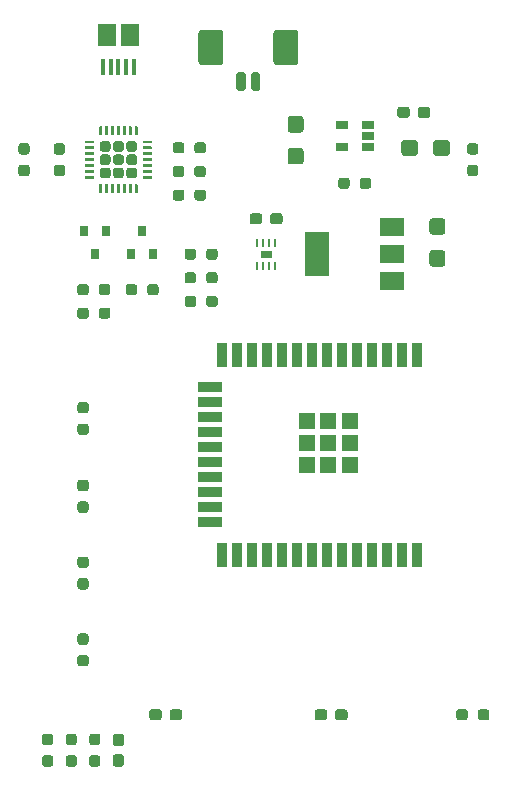
<source format=gbr>
G04 #@! TF.GenerationSoftware,KiCad,Pcbnew,(5.1.10)-1*
G04 #@! TF.CreationDate,2021-06-09T15:44:52+09:00*
G04 #@! TF.ProjectId,controller,636f6e74-726f-46c6-9c65-722e6b696361,rev?*
G04 #@! TF.SameCoordinates,Original*
G04 #@! TF.FileFunction,Paste,Top*
G04 #@! TF.FilePolarity,Positive*
%FSLAX46Y46*%
G04 Gerber Fmt 4.6, Leading zero omitted, Abs format (unit mm)*
G04 Created by KiCad (PCBNEW (5.1.10)-1) date 2021-06-09 15:44:52*
%MOMM*%
%LPD*%
G01*
G04 APERTURE LIST*
%ADD10C,0.010000*%
%ADD11R,1.330000X1.330000*%
%ADD12R,0.900000X2.000000*%
%ADD13R,2.000000X0.900000*%
%ADD14R,0.270000X0.760000*%
%ADD15R,2.000000X1.500000*%
%ADD16R,2.000000X3.800000*%
%ADD17R,1.060000X0.650000*%
%ADD18R,0.800000X0.900000*%
%ADD19R,1.500000X1.900000*%
%ADD20R,0.400000X1.350000*%
G04 APERTURE END LIST*
D10*
G36*
X23910000Y-19720000D02*
G01*
X23910000Y-20280000D01*
X23090000Y-20280000D01*
X23090000Y-19720000D01*
X23910000Y-19720000D01*
G37*
X23910000Y-19720000D02*
X23910000Y-20280000D01*
X23090000Y-20280000D01*
X23090000Y-19720000D01*
X23910000Y-19720000D01*
D11*
X26925000Y-37835000D03*
X26925000Y-36000000D03*
X26925000Y-34165000D03*
X28760000Y-37835000D03*
X28760000Y-36000000D03*
X28760000Y-34165000D03*
X30595000Y-37835000D03*
X30595000Y-36000000D03*
X30595000Y-34165000D03*
D12*
X36260000Y-45500000D03*
X34990000Y-45500000D03*
X33720000Y-45500000D03*
X32450000Y-45500000D03*
X31180000Y-45500000D03*
X29910000Y-45500000D03*
X28640000Y-45500000D03*
X27370000Y-45500000D03*
X26100000Y-45500000D03*
X24830000Y-45500000D03*
X23560000Y-45500000D03*
X22290000Y-45500000D03*
X21020000Y-45500000D03*
X19750000Y-45500000D03*
D13*
X18750000Y-42715000D03*
X18750000Y-41445000D03*
X18750000Y-40175000D03*
X18750000Y-38905000D03*
X18750000Y-37635000D03*
X18750000Y-36365000D03*
X18750000Y-35095000D03*
X18750000Y-33825000D03*
X18750000Y-32555000D03*
X18750000Y-31285000D03*
D12*
X19750000Y-28500000D03*
X21020000Y-28500000D03*
X22290000Y-28500000D03*
X23560000Y-28500000D03*
X24830000Y-28500000D03*
X26100000Y-28500000D03*
X27370000Y-28500000D03*
X28640000Y-28500000D03*
X29910000Y-28500000D03*
X31180000Y-28500000D03*
X32450000Y-28500000D03*
X33720000Y-28500000D03*
X34990000Y-28500000D03*
X36260000Y-28500000D03*
D14*
X24250000Y-20985000D03*
X23750000Y-20985000D03*
X23250000Y-20985000D03*
X22750000Y-20985000D03*
X22750000Y-19015000D03*
X23250000Y-19015000D03*
X23750000Y-19015000D03*
X24250000Y-19015000D03*
D15*
X34150000Y-22300000D03*
X34150000Y-17700000D03*
X34150000Y-20000000D03*
D16*
X27850000Y-20000000D03*
D17*
X29900000Y-10950000D03*
X29900000Y-9050000D03*
X32100000Y-9050000D03*
X32100000Y-10000000D03*
X32100000Y-10950000D03*
G36*
G01*
X9655000Y-12670000D02*
X10105000Y-12670000D01*
G75*
G02*
X10330000Y-12895000I0J-225000D01*
G01*
X10330000Y-13345000D01*
G75*
G02*
X10105000Y-13570000I-225000J0D01*
G01*
X9655000Y-13570000D01*
G75*
G02*
X9430000Y-13345000I0J225000D01*
G01*
X9430000Y-12895000D01*
G75*
G02*
X9655000Y-12670000I225000J0D01*
G01*
G37*
G36*
G01*
X10775000Y-12670000D02*
X11225000Y-12670000D01*
G75*
G02*
X11450000Y-12895000I0J-225000D01*
G01*
X11450000Y-13345000D01*
G75*
G02*
X11225000Y-13570000I-225000J0D01*
G01*
X10775000Y-13570000D01*
G75*
G02*
X10550000Y-13345000I0J225000D01*
G01*
X10550000Y-12895000D01*
G75*
G02*
X10775000Y-12670000I225000J0D01*
G01*
G37*
G36*
G01*
X11895000Y-12670000D02*
X12345000Y-12670000D01*
G75*
G02*
X12570000Y-12895000I0J-225000D01*
G01*
X12570000Y-13345000D01*
G75*
G02*
X12345000Y-13570000I-225000J0D01*
G01*
X11895000Y-13570000D01*
G75*
G02*
X11670000Y-13345000I0J225000D01*
G01*
X11670000Y-12895000D01*
G75*
G02*
X11895000Y-12670000I225000J0D01*
G01*
G37*
G36*
G01*
X9655000Y-11550000D02*
X10105000Y-11550000D01*
G75*
G02*
X10330000Y-11775000I0J-225000D01*
G01*
X10330000Y-12225000D01*
G75*
G02*
X10105000Y-12450000I-225000J0D01*
G01*
X9655000Y-12450000D01*
G75*
G02*
X9430000Y-12225000I0J225000D01*
G01*
X9430000Y-11775000D01*
G75*
G02*
X9655000Y-11550000I225000J0D01*
G01*
G37*
G36*
G01*
X10775000Y-11550000D02*
X11225000Y-11550000D01*
G75*
G02*
X11450000Y-11775000I0J-225000D01*
G01*
X11450000Y-12225000D01*
G75*
G02*
X11225000Y-12450000I-225000J0D01*
G01*
X10775000Y-12450000D01*
G75*
G02*
X10550000Y-12225000I0J225000D01*
G01*
X10550000Y-11775000D01*
G75*
G02*
X10775000Y-11550000I225000J0D01*
G01*
G37*
G36*
G01*
X11895000Y-11550000D02*
X12345000Y-11550000D01*
G75*
G02*
X12570000Y-11775000I0J-225000D01*
G01*
X12570000Y-12225000D01*
G75*
G02*
X12345000Y-12450000I-225000J0D01*
G01*
X11895000Y-12450000D01*
G75*
G02*
X11670000Y-12225000I0J225000D01*
G01*
X11670000Y-11775000D01*
G75*
G02*
X11895000Y-11550000I225000J0D01*
G01*
G37*
G36*
G01*
X9655000Y-10430000D02*
X10105000Y-10430000D01*
G75*
G02*
X10330000Y-10655000I0J-225000D01*
G01*
X10330000Y-11105000D01*
G75*
G02*
X10105000Y-11330000I-225000J0D01*
G01*
X9655000Y-11330000D01*
G75*
G02*
X9430000Y-11105000I0J225000D01*
G01*
X9430000Y-10655000D01*
G75*
G02*
X9655000Y-10430000I225000J0D01*
G01*
G37*
G36*
G01*
X10775000Y-10430000D02*
X11225000Y-10430000D01*
G75*
G02*
X11450000Y-10655000I0J-225000D01*
G01*
X11450000Y-11105000D01*
G75*
G02*
X11225000Y-11330000I-225000J0D01*
G01*
X10775000Y-11330000D01*
G75*
G02*
X10550000Y-11105000I0J225000D01*
G01*
X10550000Y-10655000D01*
G75*
G02*
X10775000Y-10430000I225000J0D01*
G01*
G37*
G36*
G01*
X11895000Y-10430000D02*
X12345000Y-10430000D01*
G75*
G02*
X12570000Y-10655000I0J-225000D01*
G01*
X12570000Y-11105000D01*
G75*
G02*
X12345000Y-11330000I-225000J0D01*
G01*
X11895000Y-11330000D01*
G75*
G02*
X11670000Y-11105000I0J225000D01*
G01*
X11670000Y-10655000D01*
G75*
G02*
X11895000Y-10430000I225000J0D01*
G01*
G37*
G36*
G01*
X13112500Y-10375000D02*
X13787500Y-10375000D01*
G75*
G02*
X13850000Y-10437500I0J-62500D01*
G01*
X13850000Y-10562500D01*
G75*
G02*
X13787500Y-10625000I-62500J0D01*
G01*
X13112500Y-10625000D01*
G75*
G02*
X13050000Y-10562500I0J62500D01*
G01*
X13050000Y-10437500D01*
G75*
G02*
X13112500Y-10375000I62500J0D01*
G01*
G37*
G36*
G01*
X13112500Y-10875000D02*
X13787500Y-10875000D01*
G75*
G02*
X13850000Y-10937500I0J-62500D01*
G01*
X13850000Y-11062500D01*
G75*
G02*
X13787500Y-11125000I-62500J0D01*
G01*
X13112500Y-11125000D01*
G75*
G02*
X13050000Y-11062500I0J62500D01*
G01*
X13050000Y-10937500D01*
G75*
G02*
X13112500Y-10875000I62500J0D01*
G01*
G37*
G36*
G01*
X13112500Y-11375000D02*
X13787500Y-11375000D01*
G75*
G02*
X13850000Y-11437500I0J-62500D01*
G01*
X13850000Y-11562500D01*
G75*
G02*
X13787500Y-11625000I-62500J0D01*
G01*
X13112500Y-11625000D01*
G75*
G02*
X13050000Y-11562500I0J62500D01*
G01*
X13050000Y-11437500D01*
G75*
G02*
X13112500Y-11375000I62500J0D01*
G01*
G37*
G36*
G01*
X13112500Y-11875000D02*
X13787500Y-11875000D01*
G75*
G02*
X13850000Y-11937500I0J-62500D01*
G01*
X13850000Y-12062500D01*
G75*
G02*
X13787500Y-12125000I-62500J0D01*
G01*
X13112500Y-12125000D01*
G75*
G02*
X13050000Y-12062500I0J62500D01*
G01*
X13050000Y-11937500D01*
G75*
G02*
X13112500Y-11875000I62500J0D01*
G01*
G37*
G36*
G01*
X13112500Y-12375000D02*
X13787500Y-12375000D01*
G75*
G02*
X13850000Y-12437500I0J-62500D01*
G01*
X13850000Y-12562500D01*
G75*
G02*
X13787500Y-12625000I-62500J0D01*
G01*
X13112500Y-12625000D01*
G75*
G02*
X13050000Y-12562500I0J62500D01*
G01*
X13050000Y-12437500D01*
G75*
G02*
X13112500Y-12375000I62500J0D01*
G01*
G37*
G36*
G01*
X13112500Y-12875000D02*
X13787500Y-12875000D01*
G75*
G02*
X13850000Y-12937500I0J-62500D01*
G01*
X13850000Y-13062500D01*
G75*
G02*
X13787500Y-13125000I-62500J0D01*
G01*
X13112500Y-13125000D01*
G75*
G02*
X13050000Y-13062500I0J62500D01*
G01*
X13050000Y-12937500D01*
G75*
G02*
X13112500Y-12875000I62500J0D01*
G01*
G37*
G36*
G01*
X13112500Y-13375000D02*
X13787500Y-13375000D01*
G75*
G02*
X13850000Y-13437500I0J-62500D01*
G01*
X13850000Y-13562500D01*
G75*
G02*
X13787500Y-13625000I-62500J0D01*
G01*
X13112500Y-13625000D01*
G75*
G02*
X13050000Y-13562500I0J62500D01*
G01*
X13050000Y-13437500D01*
G75*
G02*
X13112500Y-13375000I62500J0D01*
G01*
G37*
G36*
G01*
X12437500Y-14050000D02*
X12562500Y-14050000D01*
G75*
G02*
X12625000Y-14112500I0J-62500D01*
G01*
X12625000Y-14787500D01*
G75*
G02*
X12562500Y-14850000I-62500J0D01*
G01*
X12437500Y-14850000D01*
G75*
G02*
X12375000Y-14787500I0J62500D01*
G01*
X12375000Y-14112500D01*
G75*
G02*
X12437500Y-14050000I62500J0D01*
G01*
G37*
G36*
G01*
X11937500Y-14050000D02*
X12062500Y-14050000D01*
G75*
G02*
X12125000Y-14112500I0J-62500D01*
G01*
X12125000Y-14787500D01*
G75*
G02*
X12062500Y-14850000I-62500J0D01*
G01*
X11937500Y-14850000D01*
G75*
G02*
X11875000Y-14787500I0J62500D01*
G01*
X11875000Y-14112500D01*
G75*
G02*
X11937500Y-14050000I62500J0D01*
G01*
G37*
G36*
G01*
X11437500Y-14050000D02*
X11562500Y-14050000D01*
G75*
G02*
X11625000Y-14112500I0J-62500D01*
G01*
X11625000Y-14787500D01*
G75*
G02*
X11562500Y-14850000I-62500J0D01*
G01*
X11437500Y-14850000D01*
G75*
G02*
X11375000Y-14787500I0J62500D01*
G01*
X11375000Y-14112500D01*
G75*
G02*
X11437500Y-14050000I62500J0D01*
G01*
G37*
G36*
G01*
X10937500Y-14050000D02*
X11062500Y-14050000D01*
G75*
G02*
X11125000Y-14112500I0J-62500D01*
G01*
X11125000Y-14787500D01*
G75*
G02*
X11062500Y-14850000I-62500J0D01*
G01*
X10937500Y-14850000D01*
G75*
G02*
X10875000Y-14787500I0J62500D01*
G01*
X10875000Y-14112500D01*
G75*
G02*
X10937500Y-14050000I62500J0D01*
G01*
G37*
G36*
G01*
X10437500Y-14050000D02*
X10562500Y-14050000D01*
G75*
G02*
X10625000Y-14112500I0J-62500D01*
G01*
X10625000Y-14787500D01*
G75*
G02*
X10562500Y-14850000I-62500J0D01*
G01*
X10437500Y-14850000D01*
G75*
G02*
X10375000Y-14787500I0J62500D01*
G01*
X10375000Y-14112500D01*
G75*
G02*
X10437500Y-14050000I62500J0D01*
G01*
G37*
G36*
G01*
X9937500Y-14050000D02*
X10062500Y-14050000D01*
G75*
G02*
X10125000Y-14112500I0J-62500D01*
G01*
X10125000Y-14787500D01*
G75*
G02*
X10062500Y-14850000I-62500J0D01*
G01*
X9937500Y-14850000D01*
G75*
G02*
X9875000Y-14787500I0J62500D01*
G01*
X9875000Y-14112500D01*
G75*
G02*
X9937500Y-14050000I62500J0D01*
G01*
G37*
G36*
G01*
X9437500Y-14050000D02*
X9562500Y-14050000D01*
G75*
G02*
X9625000Y-14112500I0J-62500D01*
G01*
X9625000Y-14787500D01*
G75*
G02*
X9562500Y-14850000I-62500J0D01*
G01*
X9437500Y-14850000D01*
G75*
G02*
X9375000Y-14787500I0J62500D01*
G01*
X9375000Y-14112500D01*
G75*
G02*
X9437500Y-14050000I62500J0D01*
G01*
G37*
G36*
G01*
X8212500Y-13375000D02*
X8887500Y-13375000D01*
G75*
G02*
X8950000Y-13437500I0J-62500D01*
G01*
X8950000Y-13562500D01*
G75*
G02*
X8887500Y-13625000I-62500J0D01*
G01*
X8212500Y-13625000D01*
G75*
G02*
X8150000Y-13562500I0J62500D01*
G01*
X8150000Y-13437500D01*
G75*
G02*
X8212500Y-13375000I62500J0D01*
G01*
G37*
G36*
G01*
X8212500Y-12875000D02*
X8887500Y-12875000D01*
G75*
G02*
X8950000Y-12937500I0J-62500D01*
G01*
X8950000Y-13062500D01*
G75*
G02*
X8887500Y-13125000I-62500J0D01*
G01*
X8212500Y-13125000D01*
G75*
G02*
X8150000Y-13062500I0J62500D01*
G01*
X8150000Y-12937500D01*
G75*
G02*
X8212500Y-12875000I62500J0D01*
G01*
G37*
G36*
G01*
X8212500Y-12375000D02*
X8887500Y-12375000D01*
G75*
G02*
X8950000Y-12437500I0J-62500D01*
G01*
X8950000Y-12562500D01*
G75*
G02*
X8887500Y-12625000I-62500J0D01*
G01*
X8212500Y-12625000D01*
G75*
G02*
X8150000Y-12562500I0J62500D01*
G01*
X8150000Y-12437500D01*
G75*
G02*
X8212500Y-12375000I62500J0D01*
G01*
G37*
G36*
G01*
X8212500Y-11875000D02*
X8887500Y-11875000D01*
G75*
G02*
X8950000Y-11937500I0J-62500D01*
G01*
X8950000Y-12062500D01*
G75*
G02*
X8887500Y-12125000I-62500J0D01*
G01*
X8212500Y-12125000D01*
G75*
G02*
X8150000Y-12062500I0J62500D01*
G01*
X8150000Y-11937500D01*
G75*
G02*
X8212500Y-11875000I62500J0D01*
G01*
G37*
G36*
G01*
X8212500Y-11375000D02*
X8887500Y-11375000D01*
G75*
G02*
X8950000Y-11437500I0J-62500D01*
G01*
X8950000Y-11562500D01*
G75*
G02*
X8887500Y-11625000I-62500J0D01*
G01*
X8212500Y-11625000D01*
G75*
G02*
X8150000Y-11562500I0J62500D01*
G01*
X8150000Y-11437500D01*
G75*
G02*
X8212500Y-11375000I62500J0D01*
G01*
G37*
G36*
G01*
X8212500Y-10875000D02*
X8887500Y-10875000D01*
G75*
G02*
X8950000Y-10937500I0J-62500D01*
G01*
X8950000Y-11062500D01*
G75*
G02*
X8887500Y-11125000I-62500J0D01*
G01*
X8212500Y-11125000D01*
G75*
G02*
X8150000Y-11062500I0J62500D01*
G01*
X8150000Y-10937500D01*
G75*
G02*
X8212500Y-10875000I62500J0D01*
G01*
G37*
G36*
G01*
X8212500Y-10375000D02*
X8887500Y-10375000D01*
G75*
G02*
X8950000Y-10437500I0J-62500D01*
G01*
X8950000Y-10562500D01*
G75*
G02*
X8887500Y-10625000I-62500J0D01*
G01*
X8212500Y-10625000D01*
G75*
G02*
X8150000Y-10562500I0J62500D01*
G01*
X8150000Y-10437500D01*
G75*
G02*
X8212500Y-10375000I62500J0D01*
G01*
G37*
G36*
G01*
X9437500Y-9150000D02*
X9562500Y-9150000D01*
G75*
G02*
X9625000Y-9212500I0J-62500D01*
G01*
X9625000Y-9887500D01*
G75*
G02*
X9562500Y-9950000I-62500J0D01*
G01*
X9437500Y-9950000D01*
G75*
G02*
X9375000Y-9887500I0J62500D01*
G01*
X9375000Y-9212500D01*
G75*
G02*
X9437500Y-9150000I62500J0D01*
G01*
G37*
G36*
G01*
X9937500Y-9150000D02*
X10062500Y-9150000D01*
G75*
G02*
X10125000Y-9212500I0J-62500D01*
G01*
X10125000Y-9887500D01*
G75*
G02*
X10062500Y-9950000I-62500J0D01*
G01*
X9937500Y-9950000D01*
G75*
G02*
X9875000Y-9887500I0J62500D01*
G01*
X9875000Y-9212500D01*
G75*
G02*
X9937500Y-9150000I62500J0D01*
G01*
G37*
G36*
G01*
X10437500Y-9150000D02*
X10562500Y-9150000D01*
G75*
G02*
X10625000Y-9212500I0J-62500D01*
G01*
X10625000Y-9887500D01*
G75*
G02*
X10562500Y-9950000I-62500J0D01*
G01*
X10437500Y-9950000D01*
G75*
G02*
X10375000Y-9887500I0J62500D01*
G01*
X10375000Y-9212500D01*
G75*
G02*
X10437500Y-9150000I62500J0D01*
G01*
G37*
G36*
G01*
X10937500Y-9150000D02*
X11062500Y-9150000D01*
G75*
G02*
X11125000Y-9212500I0J-62500D01*
G01*
X11125000Y-9887500D01*
G75*
G02*
X11062500Y-9950000I-62500J0D01*
G01*
X10937500Y-9950000D01*
G75*
G02*
X10875000Y-9887500I0J62500D01*
G01*
X10875000Y-9212500D01*
G75*
G02*
X10937500Y-9150000I62500J0D01*
G01*
G37*
G36*
G01*
X11437500Y-9150000D02*
X11562500Y-9150000D01*
G75*
G02*
X11625000Y-9212500I0J-62500D01*
G01*
X11625000Y-9887500D01*
G75*
G02*
X11562500Y-9950000I-62500J0D01*
G01*
X11437500Y-9950000D01*
G75*
G02*
X11375000Y-9887500I0J62500D01*
G01*
X11375000Y-9212500D01*
G75*
G02*
X11437500Y-9150000I62500J0D01*
G01*
G37*
G36*
G01*
X11937500Y-9150000D02*
X12062500Y-9150000D01*
G75*
G02*
X12125000Y-9212500I0J-62500D01*
G01*
X12125000Y-9887500D01*
G75*
G02*
X12062500Y-9950000I-62500J0D01*
G01*
X11937500Y-9950000D01*
G75*
G02*
X11875000Y-9887500I0J62500D01*
G01*
X11875000Y-9212500D01*
G75*
G02*
X11937500Y-9150000I62500J0D01*
G01*
G37*
G36*
G01*
X12437500Y-9150000D02*
X12562500Y-9150000D01*
G75*
G02*
X12625000Y-9212500I0J-62500D01*
G01*
X12625000Y-9887500D01*
G75*
G02*
X12562500Y-9950000I-62500J0D01*
G01*
X12437500Y-9950000D01*
G75*
G02*
X12375000Y-9887500I0J62500D01*
G01*
X12375000Y-9212500D01*
G75*
G02*
X12437500Y-9150000I62500J0D01*
G01*
G37*
G36*
G01*
X8237500Y-53075000D02*
X7762500Y-53075000D01*
G75*
G02*
X7525000Y-52837500I0J237500D01*
G01*
X7525000Y-52337500D01*
G75*
G02*
X7762500Y-52100000I237500J0D01*
G01*
X8237500Y-52100000D01*
G75*
G02*
X8475000Y-52337500I0J-237500D01*
G01*
X8475000Y-52837500D01*
G75*
G02*
X8237500Y-53075000I-237500J0D01*
G01*
G37*
G36*
G01*
X8237500Y-54900000D02*
X7762500Y-54900000D01*
G75*
G02*
X7525000Y-54662500I0J237500D01*
G01*
X7525000Y-54162500D01*
G75*
G02*
X7762500Y-53925000I237500J0D01*
G01*
X8237500Y-53925000D01*
G75*
G02*
X8475000Y-54162500I0J-237500D01*
G01*
X8475000Y-54662500D01*
G75*
G02*
X8237500Y-54900000I-237500J0D01*
G01*
G37*
G36*
G01*
X8237500Y-46575000D02*
X7762500Y-46575000D01*
G75*
G02*
X7525000Y-46337500I0J237500D01*
G01*
X7525000Y-45837500D01*
G75*
G02*
X7762500Y-45600000I237500J0D01*
G01*
X8237500Y-45600000D01*
G75*
G02*
X8475000Y-45837500I0J-237500D01*
G01*
X8475000Y-46337500D01*
G75*
G02*
X8237500Y-46575000I-237500J0D01*
G01*
G37*
G36*
G01*
X8237500Y-48400000D02*
X7762500Y-48400000D01*
G75*
G02*
X7525000Y-48162500I0J237500D01*
G01*
X7525000Y-47662500D01*
G75*
G02*
X7762500Y-47425000I237500J0D01*
G01*
X8237500Y-47425000D01*
G75*
G02*
X8475000Y-47662500I0J-237500D01*
G01*
X8475000Y-48162500D01*
G75*
G02*
X8237500Y-48400000I-237500J0D01*
G01*
G37*
G36*
G01*
X8237500Y-40075000D02*
X7762500Y-40075000D01*
G75*
G02*
X7525000Y-39837500I0J237500D01*
G01*
X7525000Y-39337500D01*
G75*
G02*
X7762500Y-39100000I237500J0D01*
G01*
X8237500Y-39100000D01*
G75*
G02*
X8475000Y-39337500I0J-237500D01*
G01*
X8475000Y-39837500D01*
G75*
G02*
X8237500Y-40075000I-237500J0D01*
G01*
G37*
G36*
G01*
X8237500Y-41900000D02*
X7762500Y-41900000D01*
G75*
G02*
X7525000Y-41662500I0J237500D01*
G01*
X7525000Y-41162500D01*
G75*
G02*
X7762500Y-40925000I237500J0D01*
G01*
X8237500Y-40925000D01*
G75*
G02*
X8475000Y-41162500I0J-237500D01*
G01*
X8475000Y-41662500D01*
G75*
G02*
X8237500Y-41900000I-237500J0D01*
G01*
G37*
G36*
G01*
X8237500Y-33487500D02*
X7762500Y-33487500D01*
G75*
G02*
X7525000Y-33250000I0J237500D01*
G01*
X7525000Y-32750000D01*
G75*
G02*
X7762500Y-32512500I237500J0D01*
G01*
X8237500Y-32512500D01*
G75*
G02*
X8475000Y-32750000I0J-237500D01*
G01*
X8475000Y-33250000D01*
G75*
G02*
X8237500Y-33487500I-237500J0D01*
G01*
G37*
G36*
G01*
X8237500Y-35312500D02*
X7762500Y-35312500D01*
G75*
G02*
X7525000Y-35075000I0J237500D01*
G01*
X7525000Y-34575000D01*
G75*
G02*
X7762500Y-34337500I237500J0D01*
G01*
X8237500Y-34337500D01*
G75*
G02*
X8475000Y-34575000I0J-237500D01*
G01*
X8475000Y-35075000D01*
G75*
G02*
X8237500Y-35312500I-237500J0D01*
G01*
G37*
G36*
G01*
X40575000Y-58762500D02*
X40575000Y-59237500D01*
G75*
G02*
X40337500Y-59475000I-237500J0D01*
G01*
X39837500Y-59475000D01*
G75*
G02*
X39600000Y-59237500I0J237500D01*
G01*
X39600000Y-58762500D01*
G75*
G02*
X39837500Y-58525000I237500J0D01*
G01*
X40337500Y-58525000D01*
G75*
G02*
X40575000Y-58762500I0J-237500D01*
G01*
G37*
G36*
G01*
X42400000Y-58762500D02*
X42400000Y-59237500D01*
G75*
G02*
X42162500Y-59475000I-237500J0D01*
G01*
X41662500Y-59475000D01*
G75*
G02*
X41425000Y-59237500I0J237500D01*
G01*
X41425000Y-58762500D01*
G75*
G02*
X41662500Y-58525000I237500J0D01*
G01*
X42162500Y-58525000D01*
G75*
G02*
X42400000Y-58762500I0J-237500D01*
G01*
G37*
G36*
G01*
X40762500Y-12425000D02*
X41237500Y-12425000D01*
G75*
G02*
X41475000Y-12662500I0J-237500D01*
G01*
X41475000Y-13162500D01*
G75*
G02*
X41237500Y-13400000I-237500J0D01*
G01*
X40762500Y-13400000D01*
G75*
G02*
X40525000Y-13162500I0J237500D01*
G01*
X40525000Y-12662500D01*
G75*
G02*
X40762500Y-12425000I237500J0D01*
G01*
G37*
G36*
G01*
X40762500Y-10600000D02*
X41237500Y-10600000D01*
G75*
G02*
X41475000Y-10837500I0J-237500D01*
G01*
X41475000Y-11337500D01*
G75*
G02*
X41237500Y-11575000I-237500J0D01*
G01*
X40762500Y-11575000D01*
G75*
G02*
X40525000Y-11337500I0J237500D01*
G01*
X40525000Y-10837500D01*
G75*
G02*
X40762500Y-10600000I237500J0D01*
G01*
G37*
G36*
G01*
X9237500Y-61575000D02*
X8762500Y-61575000D01*
G75*
G02*
X8525000Y-61337500I0J237500D01*
G01*
X8525000Y-60837500D01*
G75*
G02*
X8762500Y-60600000I237500J0D01*
G01*
X9237500Y-60600000D01*
G75*
G02*
X9475000Y-60837500I0J-237500D01*
G01*
X9475000Y-61337500D01*
G75*
G02*
X9237500Y-61575000I-237500J0D01*
G01*
G37*
G36*
G01*
X9237500Y-63400000D02*
X8762500Y-63400000D01*
G75*
G02*
X8525000Y-63162500I0J237500D01*
G01*
X8525000Y-62662500D01*
G75*
G02*
X8762500Y-62425000I237500J0D01*
G01*
X9237500Y-62425000D01*
G75*
G02*
X9475000Y-62662500I0J-237500D01*
G01*
X9475000Y-63162500D01*
G75*
G02*
X9237500Y-63400000I-237500J0D01*
G01*
G37*
G36*
G01*
X6762500Y-62425000D02*
X7237500Y-62425000D01*
G75*
G02*
X7475000Y-62662500I0J-237500D01*
G01*
X7475000Y-63162500D01*
G75*
G02*
X7237500Y-63400000I-237500J0D01*
G01*
X6762500Y-63400000D01*
G75*
G02*
X6525000Y-63162500I0J237500D01*
G01*
X6525000Y-62662500D01*
G75*
G02*
X6762500Y-62425000I237500J0D01*
G01*
G37*
G36*
G01*
X6762500Y-60600000D02*
X7237500Y-60600000D01*
G75*
G02*
X7475000Y-60837500I0J-237500D01*
G01*
X7475000Y-61337500D01*
G75*
G02*
X7237500Y-61575000I-237500J0D01*
G01*
X6762500Y-61575000D01*
G75*
G02*
X6525000Y-61337500I0J237500D01*
G01*
X6525000Y-60837500D01*
G75*
G02*
X6762500Y-60600000I237500J0D01*
G01*
G37*
G36*
G01*
X5237500Y-61575000D02*
X4762500Y-61575000D01*
G75*
G02*
X4525000Y-61337500I0J237500D01*
G01*
X4525000Y-60837500D01*
G75*
G02*
X4762500Y-60600000I237500J0D01*
G01*
X5237500Y-60600000D01*
G75*
G02*
X5475000Y-60837500I0J-237500D01*
G01*
X5475000Y-61337500D01*
G75*
G02*
X5237500Y-61575000I-237500J0D01*
G01*
G37*
G36*
G01*
X5237500Y-63400000D02*
X4762500Y-63400000D01*
G75*
G02*
X4525000Y-63162500I0J237500D01*
G01*
X4525000Y-62662500D01*
G75*
G02*
X4762500Y-62425000I237500J0D01*
G01*
X5237500Y-62425000D01*
G75*
G02*
X5475000Y-62662500I0J-237500D01*
G01*
X5475000Y-63162500D01*
G75*
G02*
X5237500Y-63400000I-237500J0D01*
G01*
G37*
G36*
G01*
X17575000Y-19762500D02*
X17575000Y-20237500D01*
G75*
G02*
X17337500Y-20475000I-237500J0D01*
G01*
X16837500Y-20475000D01*
G75*
G02*
X16600000Y-20237500I0J237500D01*
G01*
X16600000Y-19762500D01*
G75*
G02*
X16837500Y-19525000I237500J0D01*
G01*
X17337500Y-19525000D01*
G75*
G02*
X17575000Y-19762500I0J-237500D01*
G01*
G37*
G36*
G01*
X19400000Y-19762500D02*
X19400000Y-20237500D01*
G75*
G02*
X19162500Y-20475000I-237500J0D01*
G01*
X18662500Y-20475000D01*
G75*
G02*
X18425000Y-20237500I0J237500D01*
G01*
X18425000Y-19762500D01*
G75*
G02*
X18662500Y-19525000I237500J0D01*
G01*
X19162500Y-19525000D01*
G75*
G02*
X19400000Y-19762500I0J-237500D01*
G01*
G37*
G36*
G01*
X17575000Y-21762500D02*
X17575000Y-22237500D01*
G75*
G02*
X17337500Y-22475000I-237500J0D01*
G01*
X16837500Y-22475000D01*
G75*
G02*
X16600000Y-22237500I0J237500D01*
G01*
X16600000Y-21762500D01*
G75*
G02*
X16837500Y-21525000I237500J0D01*
G01*
X17337500Y-21525000D01*
G75*
G02*
X17575000Y-21762500I0J-237500D01*
G01*
G37*
G36*
G01*
X19400000Y-21762500D02*
X19400000Y-22237500D01*
G75*
G02*
X19162500Y-22475000I-237500J0D01*
G01*
X18662500Y-22475000D01*
G75*
G02*
X18425000Y-22237500I0J237500D01*
G01*
X18425000Y-21762500D01*
G75*
G02*
X18662500Y-21525000I237500J0D01*
G01*
X19162500Y-21525000D01*
G75*
G02*
X19400000Y-21762500I0J-237500D01*
G01*
G37*
G36*
G01*
X17575000Y-23762500D02*
X17575000Y-24237500D01*
G75*
G02*
X17337500Y-24475000I-237500J0D01*
G01*
X16837500Y-24475000D01*
G75*
G02*
X16600000Y-24237500I0J237500D01*
G01*
X16600000Y-23762500D01*
G75*
G02*
X16837500Y-23525000I237500J0D01*
G01*
X17337500Y-23525000D01*
G75*
G02*
X17575000Y-23762500I0J-237500D01*
G01*
G37*
G36*
G01*
X19400000Y-23762500D02*
X19400000Y-24237500D01*
G75*
G02*
X19162500Y-24475000I-237500J0D01*
G01*
X18662500Y-24475000D01*
G75*
G02*
X18425000Y-24237500I0J237500D01*
G01*
X18425000Y-23762500D01*
G75*
G02*
X18662500Y-23525000I237500J0D01*
G01*
X19162500Y-23525000D01*
G75*
G02*
X19400000Y-23762500I0J-237500D01*
G01*
G37*
G36*
G01*
X16575000Y-14762500D02*
X16575000Y-15237500D01*
G75*
G02*
X16337500Y-15475000I-237500J0D01*
G01*
X15837500Y-15475000D01*
G75*
G02*
X15600000Y-15237500I0J237500D01*
G01*
X15600000Y-14762500D01*
G75*
G02*
X15837500Y-14525000I237500J0D01*
G01*
X16337500Y-14525000D01*
G75*
G02*
X16575000Y-14762500I0J-237500D01*
G01*
G37*
G36*
G01*
X18400000Y-14762500D02*
X18400000Y-15237500D01*
G75*
G02*
X18162500Y-15475000I-237500J0D01*
G01*
X17662500Y-15475000D01*
G75*
G02*
X17425000Y-15237500I0J237500D01*
G01*
X17425000Y-14762500D01*
G75*
G02*
X17662500Y-14525000I237500J0D01*
G01*
X18162500Y-14525000D01*
G75*
G02*
X18400000Y-14762500I0J-237500D01*
G01*
G37*
G36*
G01*
X16575000Y-10762500D02*
X16575000Y-11237500D01*
G75*
G02*
X16337500Y-11475000I-237500J0D01*
G01*
X15837500Y-11475000D01*
G75*
G02*
X15600000Y-11237500I0J237500D01*
G01*
X15600000Y-10762500D01*
G75*
G02*
X15837500Y-10525000I237500J0D01*
G01*
X16337500Y-10525000D01*
G75*
G02*
X16575000Y-10762500I0J-237500D01*
G01*
G37*
G36*
G01*
X18400000Y-10762500D02*
X18400000Y-11237500D01*
G75*
G02*
X18162500Y-11475000I-237500J0D01*
G01*
X17662500Y-11475000D01*
G75*
G02*
X17425000Y-11237500I0J237500D01*
G01*
X17425000Y-10762500D01*
G75*
G02*
X17662500Y-10525000I237500J0D01*
G01*
X18162500Y-10525000D01*
G75*
G02*
X18400000Y-10762500I0J-237500D01*
G01*
G37*
G36*
G01*
X16575000Y-12762500D02*
X16575000Y-13237500D01*
G75*
G02*
X16337500Y-13475000I-237500J0D01*
G01*
X15837500Y-13475000D01*
G75*
G02*
X15600000Y-13237500I0J237500D01*
G01*
X15600000Y-12762500D01*
G75*
G02*
X15837500Y-12525000I237500J0D01*
G01*
X16337500Y-12525000D01*
G75*
G02*
X16575000Y-12762500I0J-237500D01*
G01*
G37*
G36*
G01*
X18400000Y-12762500D02*
X18400000Y-13237500D01*
G75*
G02*
X18162500Y-13475000I-237500J0D01*
G01*
X17662500Y-13475000D01*
G75*
G02*
X17425000Y-13237500I0J237500D01*
G01*
X17425000Y-12762500D01*
G75*
G02*
X17662500Y-12525000I237500J0D01*
G01*
X18162500Y-12525000D01*
G75*
G02*
X18400000Y-12762500I0J-237500D01*
G01*
G37*
G36*
G01*
X3237500Y-11575000D02*
X2762500Y-11575000D01*
G75*
G02*
X2525000Y-11337500I0J237500D01*
G01*
X2525000Y-10837500D01*
G75*
G02*
X2762500Y-10600000I237500J0D01*
G01*
X3237500Y-10600000D01*
G75*
G02*
X3475000Y-10837500I0J-237500D01*
G01*
X3475000Y-11337500D01*
G75*
G02*
X3237500Y-11575000I-237500J0D01*
G01*
G37*
G36*
G01*
X3237500Y-13400000D02*
X2762500Y-13400000D01*
G75*
G02*
X2525000Y-13162500I0J237500D01*
G01*
X2525000Y-12662500D01*
G75*
G02*
X2762500Y-12425000I237500J0D01*
G01*
X3237500Y-12425000D01*
G75*
G02*
X3475000Y-12662500I0J-237500D01*
G01*
X3475000Y-13162500D01*
G75*
G02*
X3237500Y-13400000I-237500J0D01*
G01*
G37*
G36*
G01*
X9337500Y-25237500D02*
X9337500Y-24762500D01*
G75*
G02*
X9575000Y-24525000I237500J0D01*
G01*
X10075000Y-24525000D01*
G75*
G02*
X10312500Y-24762500I0J-237500D01*
G01*
X10312500Y-25237500D01*
G75*
G02*
X10075000Y-25475000I-237500J0D01*
G01*
X9575000Y-25475000D01*
G75*
G02*
X9337500Y-25237500I0J237500D01*
G01*
G37*
G36*
G01*
X7512500Y-25237500D02*
X7512500Y-24762500D01*
G75*
G02*
X7750000Y-24525000I237500J0D01*
G01*
X8250000Y-24525000D01*
G75*
G02*
X8487500Y-24762500I0J-237500D01*
G01*
X8487500Y-25237500D01*
G75*
G02*
X8250000Y-25475000I-237500J0D01*
G01*
X7750000Y-25475000D01*
G75*
G02*
X7512500Y-25237500I0J237500D01*
G01*
G37*
G36*
G01*
X31425000Y-14237500D02*
X31425000Y-13762500D01*
G75*
G02*
X31662500Y-13525000I237500J0D01*
G01*
X32162500Y-13525000D01*
G75*
G02*
X32400000Y-13762500I0J-237500D01*
G01*
X32400000Y-14237500D01*
G75*
G02*
X32162500Y-14475000I-237500J0D01*
G01*
X31662500Y-14475000D01*
G75*
G02*
X31425000Y-14237500I0J237500D01*
G01*
G37*
G36*
G01*
X29600000Y-14237500D02*
X29600000Y-13762500D01*
G75*
G02*
X29837500Y-13525000I237500J0D01*
G01*
X30337500Y-13525000D01*
G75*
G02*
X30575000Y-13762500I0J-237500D01*
G01*
X30575000Y-14237500D01*
G75*
G02*
X30337500Y-14475000I-237500J0D01*
G01*
X29837500Y-14475000D01*
G75*
G02*
X29600000Y-14237500I0J237500D01*
G01*
G37*
G36*
G01*
X6237500Y-11575000D02*
X5762500Y-11575000D01*
G75*
G02*
X5525000Y-11337500I0J237500D01*
G01*
X5525000Y-10837500D01*
G75*
G02*
X5762500Y-10600000I237500J0D01*
G01*
X6237500Y-10600000D01*
G75*
G02*
X6475000Y-10837500I0J-237500D01*
G01*
X6475000Y-11337500D01*
G75*
G02*
X6237500Y-11575000I-237500J0D01*
G01*
G37*
G36*
G01*
X6237500Y-13400000D02*
X5762500Y-13400000D01*
G75*
G02*
X5525000Y-13162500I0J237500D01*
G01*
X5525000Y-12662500D01*
G75*
G02*
X5762500Y-12425000I237500J0D01*
G01*
X6237500Y-12425000D01*
G75*
G02*
X6475000Y-12662500I0J-237500D01*
G01*
X6475000Y-13162500D01*
G75*
G02*
X6237500Y-13400000I-237500J0D01*
G01*
G37*
G36*
G01*
X13425000Y-23237500D02*
X13425000Y-22762500D01*
G75*
G02*
X13662500Y-22525000I237500J0D01*
G01*
X14162500Y-22525000D01*
G75*
G02*
X14400000Y-22762500I0J-237500D01*
G01*
X14400000Y-23237500D01*
G75*
G02*
X14162500Y-23475000I-237500J0D01*
G01*
X13662500Y-23475000D01*
G75*
G02*
X13425000Y-23237500I0J237500D01*
G01*
G37*
G36*
G01*
X11600000Y-23237500D02*
X11600000Y-22762500D01*
G75*
G02*
X11837500Y-22525000I237500J0D01*
G01*
X12337500Y-22525000D01*
G75*
G02*
X12575000Y-22762500I0J-237500D01*
G01*
X12575000Y-23237500D01*
G75*
G02*
X12337500Y-23475000I-237500J0D01*
G01*
X11837500Y-23475000D01*
G75*
G02*
X11600000Y-23237500I0J237500D01*
G01*
G37*
G36*
G01*
X8487500Y-22762500D02*
X8487500Y-23237500D01*
G75*
G02*
X8250000Y-23475000I-237500J0D01*
G01*
X7750000Y-23475000D01*
G75*
G02*
X7512500Y-23237500I0J237500D01*
G01*
X7512500Y-22762500D01*
G75*
G02*
X7750000Y-22525000I237500J0D01*
G01*
X8250000Y-22525000D01*
G75*
G02*
X8487500Y-22762500I0J-237500D01*
G01*
G37*
G36*
G01*
X10312500Y-22762500D02*
X10312500Y-23237500D01*
G75*
G02*
X10075000Y-23475000I-237500J0D01*
G01*
X9575000Y-23475000D01*
G75*
G02*
X9337500Y-23237500I0J237500D01*
G01*
X9337500Y-22762500D01*
G75*
G02*
X9575000Y-22525000I237500J0D01*
G01*
X10075000Y-22525000D01*
G75*
G02*
X10312500Y-22762500I0J-237500D01*
G01*
G37*
D18*
X13000000Y-18000000D03*
X13950000Y-20000000D03*
X12050000Y-20000000D03*
X9000000Y-20000000D03*
X8050000Y-18000000D03*
X9950000Y-18000000D03*
D19*
X12000000Y-1462500D03*
D20*
X11000000Y-4162500D03*
X10350000Y-4162500D03*
X9700000Y-4162500D03*
X12300000Y-4162500D03*
X11650000Y-4162500D03*
D19*
X10000000Y-1462500D03*
G36*
G01*
X19875000Y-1250000D02*
X19875000Y-3750000D01*
G75*
G02*
X19625000Y-4000000I-250000J0D01*
G01*
X18025000Y-4000000D01*
G75*
G02*
X17775000Y-3750000I0J250000D01*
G01*
X17775000Y-1250000D01*
G75*
G02*
X18025000Y-1000000I250000J0D01*
G01*
X19625000Y-1000000D01*
G75*
G02*
X19875000Y-1250000I0J-250000D01*
G01*
G37*
G36*
G01*
X26225000Y-1250000D02*
X26225000Y-3750000D01*
G75*
G02*
X25975000Y-4000000I-250000J0D01*
G01*
X24375000Y-4000000D01*
G75*
G02*
X24125000Y-3750000I0J250000D01*
G01*
X24125000Y-1250000D01*
G75*
G02*
X24375000Y-1000000I250000J0D01*
G01*
X25975000Y-1000000D01*
G75*
G02*
X26225000Y-1250000I0J-250000D01*
G01*
G37*
G36*
G01*
X21775000Y-4800000D02*
X21775000Y-6000000D01*
G75*
G02*
X21575000Y-6200000I-200000J0D01*
G01*
X21175000Y-6200000D01*
G75*
G02*
X20975000Y-6000000I0J200000D01*
G01*
X20975000Y-4800000D01*
G75*
G02*
X21175000Y-4600000I200000J0D01*
G01*
X21575000Y-4600000D01*
G75*
G02*
X21775000Y-4800000I0J-200000D01*
G01*
G37*
G36*
G01*
X23025000Y-4800000D02*
X23025000Y-6000000D01*
G75*
G02*
X22825000Y-6200000I-200000J0D01*
G01*
X22425000Y-6200000D01*
G75*
G02*
X22225000Y-6000000I0J200000D01*
G01*
X22225000Y-4800000D01*
G75*
G02*
X22425000Y-4600000I200000J0D01*
G01*
X22825000Y-4600000D01*
G75*
G02*
X23025000Y-4800000I0J-200000D01*
G01*
G37*
G36*
G01*
X14675000Y-58762500D02*
X14675000Y-59237500D01*
G75*
G02*
X14437500Y-59475000I-237500J0D01*
G01*
X13837500Y-59475000D01*
G75*
G02*
X13600000Y-59237500I0J237500D01*
G01*
X13600000Y-58762500D01*
G75*
G02*
X13837500Y-58525000I237500J0D01*
G01*
X14437500Y-58525000D01*
G75*
G02*
X14675000Y-58762500I0J-237500D01*
G01*
G37*
G36*
G01*
X16400000Y-58762500D02*
X16400000Y-59237500D01*
G75*
G02*
X16162500Y-59475000I-237500J0D01*
G01*
X15562500Y-59475000D01*
G75*
G02*
X15325000Y-59237500I0J237500D01*
G01*
X15325000Y-58762500D01*
G75*
G02*
X15562500Y-58525000I237500J0D01*
G01*
X16162500Y-58525000D01*
G75*
G02*
X16400000Y-58762500I0J-237500D01*
G01*
G37*
G36*
G01*
X28675000Y-58762500D02*
X28675000Y-59237500D01*
G75*
G02*
X28437500Y-59475000I-237500J0D01*
G01*
X27837500Y-59475000D01*
G75*
G02*
X27600000Y-59237500I0J237500D01*
G01*
X27600000Y-58762500D01*
G75*
G02*
X27837500Y-58525000I237500J0D01*
G01*
X28437500Y-58525000D01*
G75*
G02*
X28675000Y-58762500I0J-237500D01*
G01*
G37*
G36*
G01*
X30400000Y-58762500D02*
X30400000Y-59237500D01*
G75*
G02*
X30162500Y-59475000I-237500J0D01*
G01*
X29562500Y-59475000D01*
G75*
G02*
X29325000Y-59237500I0J237500D01*
G01*
X29325000Y-58762500D01*
G75*
G02*
X29562500Y-58525000I237500J0D01*
G01*
X30162500Y-58525000D01*
G75*
G02*
X30400000Y-58762500I0J-237500D01*
G01*
G37*
G36*
G01*
X23175000Y-16762500D02*
X23175000Y-17237500D01*
G75*
G02*
X22937500Y-17475000I-237500J0D01*
G01*
X22337500Y-17475000D01*
G75*
G02*
X22100000Y-17237500I0J237500D01*
G01*
X22100000Y-16762500D01*
G75*
G02*
X22337500Y-16525000I237500J0D01*
G01*
X22937500Y-16525000D01*
G75*
G02*
X23175000Y-16762500I0J-237500D01*
G01*
G37*
G36*
G01*
X24900000Y-16762500D02*
X24900000Y-17237500D01*
G75*
G02*
X24662500Y-17475000I-237500J0D01*
G01*
X24062500Y-17475000D01*
G75*
G02*
X23825000Y-17237500I0J237500D01*
G01*
X23825000Y-16762500D01*
G75*
G02*
X24062500Y-16525000I237500J0D01*
G01*
X24662500Y-16525000D01*
G75*
G02*
X24900000Y-16762500I0J-237500D01*
G01*
G37*
G36*
G01*
X38425001Y-18350000D02*
X37574999Y-18350000D01*
G75*
G02*
X37325000Y-18100001I0J249999D01*
G01*
X37325000Y-17199999D01*
G75*
G02*
X37574999Y-16950000I249999J0D01*
G01*
X38425001Y-16950000D01*
G75*
G02*
X38675000Y-17199999I0J-249999D01*
G01*
X38675000Y-18100001D01*
G75*
G02*
X38425001Y-18350000I-249999J0D01*
G01*
G37*
G36*
G01*
X38425001Y-21050000D02*
X37574999Y-21050000D01*
G75*
G02*
X37325000Y-20800001I0J249999D01*
G01*
X37325000Y-19899999D01*
G75*
G02*
X37574999Y-19650000I249999J0D01*
G01*
X38425001Y-19650000D01*
G75*
G02*
X38675000Y-19899999I0J-249999D01*
G01*
X38675000Y-20800001D01*
G75*
G02*
X38425001Y-21050000I-249999J0D01*
G01*
G37*
G36*
G01*
X11237500Y-61675000D02*
X10762500Y-61675000D01*
G75*
G02*
X10525000Y-61437500I0J237500D01*
G01*
X10525000Y-60837500D01*
G75*
G02*
X10762500Y-60600000I237500J0D01*
G01*
X11237500Y-60600000D01*
G75*
G02*
X11475000Y-60837500I0J-237500D01*
G01*
X11475000Y-61437500D01*
G75*
G02*
X11237500Y-61675000I-237500J0D01*
G01*
G37*
G36*
G01*
X11237500Y-63400000D02*
X10762500Y-63400000D01*
G75*
G02*
X10525000Y-63162500I0J237500D01*
G01*
X10525000Y-62562500D01*
G75*
G02*
X10762500Y-62325000I237500J0D01*
G01*
X11237500Y-62325000D01*
G75*
G02*
X11475000Y-62562500I0J-237500D01*
G01*
X11475000Y-63162500D01*
G75*
G02*
X11237500Y-63400000I-237500J0D01*
G01*
G37*
G36*
G01*
X37650000Y-11425001D02*
X37650000Y-10574999D01*
G75*
G02*
X37899999Y-10325000I249999J0D01*
G01*
X38800001Y-10325000D01*
G75*
G02*
X39050000Y-10574999I0J-249999D01*
G01*
X39050000Y-11425001D01*
G75*
G02*
X38800001Y-11675000I-249999J0D01*
G01*
X37899999Y-11675000D01*
G75*
G02*
X37650000Y-11425001I0J249999D01*
G01*
G37*
G36*
G01*
X34950000Y-11425001D02*
X34950000Y-10574999D01*
G75*
G02*
X35199999Y-10325000I249999J0D01*
G01*
X36100001Y-10325000D01*
G75*
G02*
X36350000Y-10574999I0J-249999D01*
G01*
X36350000Y-11425001D01*
G75*
G02*
X36100001Y-11675000I-249999J0D01*
G01*
X35199999Y-11675000D01*
G75*
G02*
X34950000Y-11425001I0J249999D01*
G01*
G37*
G36*
G01*
X25574999Y-11000000D02*
X26425001Y-11000000D01*
G75*
G02*
X26675000Y-11249999I0J-249999D01*
G01*
X26675000Y-12150001D01*
G75*
G02*
X26425001Y-12400000I-249999J0D01*
G01*
X25574999Y-12400000D01*
G75*
G02*
X25325000Y-12150001I0J249999D01*
G01*
X25325000Y-11249999D01*
G75*
G02*
X25574999Y-11000000I249999J0D01*
G01*
G37*
G36*
G01*
X25574999Y-8300000D02*
X26425001Y-8300000D01*
G75*
G02*
X26675000Y-8549999I0J-249999D01*
G01*
X26675000Y-9450001D01*
G75*
G02*
X26425001Y-9700000I-249999J0D01*
G01*
X25574999Y-9700000D01*
G75*
G02*
X25325000Y-9450001I0J249999D01*
G01*
X25325000Y-8549999D01*
G75*
G02*
X25574999Y-8300000I249999J0D01*
G01*
G37*
G36*
G01*
X36325000Y-8237500D02*
X36325000Y-7762500D01*
G75*
G02*
X36562500Y-7525000I237500J0D01*
G01*
X37162500Y-7525000D01*
G75*
G02*
X37400000Y-7762500I0J-237500D01*
G01*
X37400000Y-8237500D01*
G75*
G02*
X37162500Y-8475000I-237500J0D01*
G01*
X36562500Y-8475000D01*
G75*
G02*
X36325000Y-8237500I0J237500D01*
G01*
G37*
G36*
G01*
X34600000Y-8237500D02*
X34600000Y-7762500D01*
G75*
G02*
X34837500Y-7525000I237500J0D01*
G01*
X35437500Y-7525000D01*
G75*
G02*
X35675000Y-7762500I0J-237500D01*
G01*
X35675000Y-8237500D01*
G75*
G02*
X35437500Y-8475000I-237500J0D01*
G01*
X34837500Y-8475000D01*
G75*
G02*
X34600000Y-8237500I0J237500D01*
G01*
G37*
M02*

</source>
